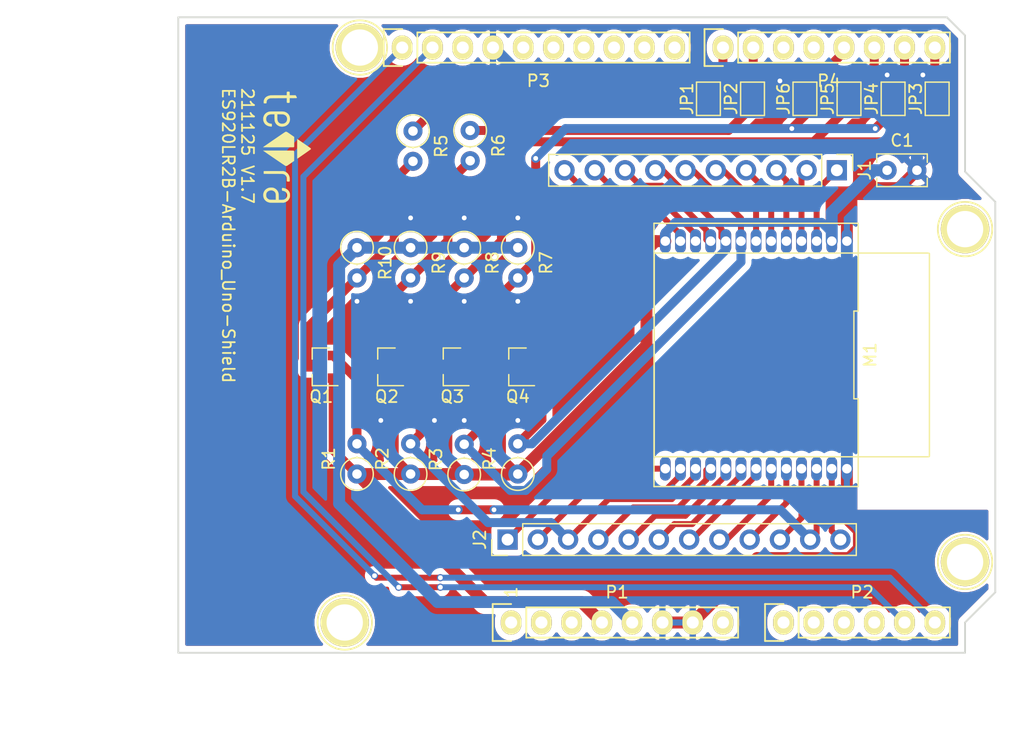
<source format=kicad_pcb>
(kicad_pcb (version 20171130) (host pcbnew 5.1.9-73d0e3b20d~88~ubuntu20.04.1)
  (title_block (title ES920LRB-Arduino_Uno-Shield) (date 2021-11-24) (rev v1.6) (company "teTra Aviation Corp."))
  (layers (0 F.Cu signal) (31 B.Cu signal) (34 B.Paste user) (35 F.Paste user) (36 B.SilkS user) (37 F.SilkS user) (38 B.Mask user) (39 F.Mask user) (44 Edge.Cuts user))
  (net 0 "")
  (net 1 GND)
  (net 2 "/A4(SDA)")
  (net 3 "/A5(SCL)")
  (net 4 "Net-(J2-Pad11)")
  (net 5 "Net-(J1-Pad6)")
  (net 6 "/1(Tx)")
  (net 7 "Net-(J1-Pad7)")
  (net 8 "/0(Rx)")
  (net 9 +3V3)
  (net 10 "Net-(J2-Pad1)")
  (net 11 "Net-(J1-Pad10)")
  (net 12 "Net-(J2-Pad2)")
  (net 13 "Net-(J1-Pad9)")
  (net 14 "Net-(J2-Pad3)")
  (net 15 "Net-(J1-Pad8)")
  (net 16 "Net-(J2-Pad4)")
  (net 17 "Net-(J2-Pad5)")
  (net 18 "Net-(J2-Pad6)")
  (net 19 "Net-(J1-Pad5)")
  (net 20 "Net-(J2-Pad7)")
  (net 21 "Net-(J1-Pad4)")
  (net 22 "Net-(J2-Pad8)")
  (net 23 "Net-(J1-Pad3)")
  (net 24 "Net-(J2-Pad9)")
  (net 25 "Net-(J1-Pad2)")
  (net 26 "Net-(J2-Pad10)")
  (net 27 "Net-(J1-Pad1)")
  (net 28 "Net-(J2-Pad12)")
  (net 29 +5V)
  (net 30 /7)
  (net 31 "/6(**)")
  (net 32 "Net-(Q1-Pad3)")
  (net 33 "Net-(Q2-Pad3)")
  (net 34 "Net-(JP1-Pad1)")
  (net 35 "Net-(JP2-Pad1)")
  (net 36 "Net-(JP3-Pad1)")
  (net 37 "Net-(JP4-Pad1)")
  (net 38 "/3(**)")
  (net 39 /2)
  (module teTra:ES92LR2B (layer F.Cu) (at 159.498 101.365 180)
    (fp_text reference M1 (at -9.57 0 270) (layer F.SilkS))
    (fp_text value ES920LR2B)
    (pad 26 thru_hole oval (at -7.62 -9.55 180) (size 0.9 2) (drill 0.8) (layers *.Cu *.Mask) (net 1 GND))
    (pad 1 thru_hole oval (at -7.62 9.55 180) (size 0.9 2) (drill 0.8) (layers *.Cu *.Mask) (net 1 GND))
    (pad 25 thru_hole oval (at -6.35 -9.55 180) (size 0.9 2) (drill 0.8) (layers *.Cu *.Mask) (net 28 "Net-(J2-Pad12)"))
    (pad 2 thru_hole oval (at -6.35 9.55 180) (size 0.9 2) (drill 0.8) (layers *.Cu *.Mask) (net 9 +3V3))
    (pad 24 thru_hole oval (at -5.08 -9.55 180) (size 0.9 2) (drill 0.8) (layers *.Cu *.Mask) (net 4 "Net-(J2-Pad11)"))
    (pad 3 thru_hole oval (at -5.08 9.55 180) (size 0.9 2) (drill 0.8) (layers *.Cu *.Mask) (net 27 "Net-(J1-Pad1)"))
    (pad 23 thru_hole oval (at -3.81 -9.55 180) (size 0.9 2) (drill 0.8) (layers *.Cu *.Mask) (net 26 "Net-(J2-Pad10)"))
    (pad 4 thru_hole oval (at -3.81 9.55 180) (size 0.9 2) (drill 0.8) (layers *.Cu *.Mask) (net 25 "Net-(J1-Pad2)"))
    (pad 22 thru_hole oval (at -2.54 -9.55 180) (size 0.9 2) (drill 0.8) (layers *.Cu *.Mask) (net 24 "Net-(J2-Pad9)"))
    (pad 5 thru_hole oval (at -2.54 9.55 180) (size 0.9 2) (drill 0.8) (layers *.Cu *.Mask) (net 23 "Net-(J1-Pad3)"))
    (pad 21 thru_hole oval (at -1.27 -9.55 180) (size 0.9 2) (drill 0.8) (layers *.Cu *.Mask) (net 22 "Net-(J2-Pad8)"))
    (pad 6 thru_hole oval (at -1.27 9.55 180) (size 0.9 2) (drill 0.8) (layers *.Cu *.Mask) (net 21 "Net-(J1-Pad4)"))
    (pad 20 thru_hole oval (at 0 -9.55 180) (size 0.9 2) (drill 0.8) (layers *.Cu *.Mask) (net 20 "Net-(J2-Pad7)"))
    (pad 7 thru_hole oval (at 0 9.55 180) (size 0.9 2) (drill 0.8) (layers *.Cu *.Mask) (net 19 "Net-(J1-Pad5)"))
    (pad 19 thru_hole oval (at 1.27 -9.55 180) (size 0.9 2) (drill 0.8) (layers *.Cu *.Mask) (net 18 "Net-(J2-Pad6)"))
    (pad 8 thru_hole oval (at 1.27 9.55 180) (size 0.9 2) (drill 0.8) (layers *.Cu *.Mask) (net 5 "Net-(J1-Pad6)"))
    (pad 18 thru_hole oval (at 2.54 -9.55 180) (size 0.9 2) (drill 0.8) (layers *.Cu *.Mask) (net 17 "Net-(J2-Pad5)"))
    (pad 9 thru_hole oval (at 2.54 9.55 180) (size 0.9 2) (drill 0.8) (layers *.Cu *.Mask) (net 7 "Net-(J1-Pad7)"))
    (pad 17 thru_hole oval (at 3.81 -9.55 180) (size 0.9 2) (drill 0.8) (layers *.Cu *.Mask) (net 16 "Net-(J2-Pad4)"))
    (pad 10 thru_hole oval (at 3.81 9.55 180) (size 0.9 2) (drill 0.8) (layers *.Cu *.Mask) (net 15 "Net-(J1-Pad8)"))
    (pad 16 thru_hole oval (at 5.08 -9.55 180) (size 0.9 2) (drill 0.8) (layers *.Cu *.Mask) (net 14 "Net-(J2-Pad3)"))
    (pad 11 thru_hole oval (at 5.08 9.55 180) (size 0.9 2) (drill 0.8) (layers *.Cu *.Mask) (net 13 "Net-(J1-Pad9)"))
    (pad 15 thru_hole oval (at 6.35 -9.55 180) (size 0.9 2) (drill 0.8) (layers *.Cu *.Mask) (net 12 "Net-(J2-Pad2)"))
    (pad 12 thru_hole oval (at 6.35 9.55 180) (size 0.9 2) (drill 0.8) (layers *.Cu *.Mask) (net 11 "Net-(J1-Pad10)"))
    (pad 14 thru_hole oval (at 7.62 -9.55 180) (size 0.9 2) (drill 0.8) (layers *.Cu *.Mask) (net 10 "Net-(J2-Pad1)"))
    (pad 13 thru_hole oval (at 7.62 9.55 180) (size 0.9 2) (drill 0.8) (layers *.Cu *.Mask) (net 9 +3V3))
  )
  (module Jumper:SolderJumper-2_P1.3mm_Open_Pad1.0x1.5mm (layer F.Cu) (at 163.598 79.865 90)
    (fp_text reference JP6 (at 0 -1.8 90) (layer F.SilkS))
    (fp_text value SolderJumper_2_Open)
    (pad 1 smd rect (at -0.65 0 90) (size 1 1.5) (layers F.Cu F.Mask) (net 37 "Net-(JP4-Pad1)"))
    (pad 2 smd rect (at 0.65 0 90) (size 1 1.5) (layers F.Cu F.Mask) (net 38 "/3(**)"))
  )
  (module Jumper:SolderJumper-2_P1.3mm_Open_Pad1.0x1.5mm (layer F.Cu) (at 167.298 79.865 90)
    (fp_text reference JP5 (at 0 -1.8 90) (layer F.SilkS))
    (fp_text value SolderJumper_2_Open)
    (pad 1 smd rect (at -0.65 0 90) (size 1 1.5) (layers F.Cu F.Mask) (net 36 "Net-(JP3-Pad1)"))
    (pad 2 smd rect (at 0.65 0 90) (size 1 1.5) (layers F.Cu F.Mask) (net 39 /2))
  )
  (module Jumper:SolderJumper-2_P1.3mm_Open_Pad1.0x1.5mm (layer F.Cu) (at 170.998 79.865 90)
    (fp_text reference JP4 (at 0 -1.8 90) (layer F.SilkS))
    (fp_text value SolderJumper_2_Open)
    (pad 1 smd rect (at -0.65 0 90) (size 1 1.5) (layers F.Cu F.Mask) (net 37 "Net-(JP4-Pad1)"))
    (pad 2 smd rect (at 0.65 0 90) (size 1 1.5) (layers F.Cu F.Mask) (net 6 "/1(Tx)"))
  )
  (module Resistor_THT:R_Axial_DIN0207_L6.3mm_D2.5mm_P2.54mm_Vertical (layer F.Cu) (at 125.998 92.365 270)
    (fp_text reference R10 (at 1.27 -2.37 90) (layer F.SilkS))
    (fp_text value 10k)
    (pad 2 thru_hole oval (at 2.54 0 270) (size 1.6 1.6) (drill 0.8) (layers *.Cu *.Mask) (net 32 "Net-(Q1-Pad3)"))
    (pad 1 thru_hole circle (at 0 0 270) (size 1.6 1.6) (drill 0.8) (layers *.Cu *.Mask) (net 29 +5V))
  )
  (module Resistor_THT:R_Axial_DIN0207_L6.3mm_D2.5mm_P2.54mm_Vertical (layer F.Cu) (at 130.498 92.365 270)
    (fp_text reference R9 (at 1.27 -2.37 90) (layer F.SilkS))
    (fp_text value 10k)
    (pad 2 thru_hole oval (at 2.54 0 270) (size 1.6 1.6) (drill 0.8) (layers *.Cu *.Mask) (net 33 "Net-(Q2-Pad3)"))
    (pad 1 thru_hole circle (at 0 0 270) (size 1.6 1.6) (drill 0.8) (layers *.Cu *.Mask) (net 29 +5V))
  )
  (module Resistor_THT:R_Axial_DIN0207_L6.3mm_D2.5mm_P2.54mm_Vertical (layer F.Cu) (at 134.998 92.365 270)
    (fp_text reference R8 (at 1.27 -2.37 90) (layer F.SilkS))
    (fp_text value 10k)
    (pad 2 thru_hole oval (at 2.54 0 270) (size 1.6 1.6) (drill 0.8) (layers *.Cu *.Mask) (net 36 "Net-(JP3-Pad1)"))
    (pad 1 thru_hole circle (at 0 0 270) (size 1.6 1.6) (drill 0.8) (layers *.Cu *.Mask) (net 29 +5V))
  )
  (module Resistor_THT:R_Axial_DIN0207_L6.3mm_D2.5mm_P2.54mm_Vertical (layer F.Cu) (at 139.498 92.365 270)
    (fp_text reference R7 (at 1.27 -2.37 90) (layer F.SilkS))
    (fp_text value 10k)
    (pad 2 thru_hole oval (at 2.54 0 270) (size 1.6 1.6) (drill 0.8) (layers *.Cu *.Mask) (net 37 "Net-(JP4-Pad1)"))
    (pad 1 thru_hole circle (at 0 0 270) (size 1.6 1.6) (drill 0.8) (layers *.Cu *.Mask) (net 29 +5V))
  )
  (module Resistor_THT:R_Axial_DIN0207_L6.3mm_D2.5mm_P2.54mm_Vertical (layer F.Cu) (at 135.498 82.525 270)
    (fp_text reference R6 (at 1.27 -2.37 90) (layer F.SilkS))
    (fp_text value 10k)
    (pad 2 thru_hole oval (at 2.54 0 270) (size 1.6 1.6) (drill 0.8) (layers *.Cu *.Mask) (net 33 "Net-(Q2-Pad3)"))
    (pad 1 thru_hole circle (at 0 0 270) (size 1.6 1.6) (drill 0.8) (layers *.Cu *.Mask) (net 35 "Net-(JP2-Pad1)"))
  )
  (module Resistor_THT:R_Axial_DIN0207_L6.3mm_D2.5mm_P2.54mm_Vertical (layer F.Cu) (at 139.498 111.365 90)
    (fp_text reference R4 (at 1.27 -2.37 90) (layer F.SilkS))
    (fp_text value 10k)
    (pad 2 thru_hole oval (at 2.54 0 90) (size 1.6 1.6) (drill 0.8) (layers *.Cu *.Mask) (net 7 "Net-(J1-Pad7)"))
    (pad 1 thru_hole circle (at 0 0 90) (size 1.6 1.6) (drill 0.8) (layers *.Cu *.Mask) (net 9 +3V3))
  )
  (module Package_TO_SOT_SMD:SOT-23 (layer F.Cu) (at 139.498 102.365 180)
    (fp_text reference Q4 (at 0 -2.5) (layer F.SilkS))
    (fp_text value BSS138)
    (pad 3 smd rect (at 1 0 180) (size 0.9 0.8) (layers F.Cu F.Paste F.Mask) (net 37 "Net-(JP4-Pad1)"))
    (pad 2 smd rect (at -1 0.95 180) (size 0.9 0.8) (layers F.Cu F.Paste F.Mask) (net 7 "Net-(J1-Pad7)"))
    (pad 1 smd rect (at -1 -0.95 180) (size 0.9 0.8) (layers F.Cu F.Paste F.Mask) (net 9 +3V3))
  )
  (module Package_TO_SOT_SMD:SOT-23 (layer F.Cu) (at 133.998 102.365 180)
    (fp_text reference Q3 (at 0 -2.5) (layer F.SilkS))
    (fp_text value BSS138)
    (pad 3 smd rect (at 1 0 180) (size 0.9 0.8) (layers F.Cu F.Paste F.Mask) (net 36 "Net-(JP3-Pad1)"))
    (pad 2 smd rect (at -1 0.95 180) (size 0.9 0.8) (layers F.Cu F.Paste F.Mask) (net 5 "Net-(J1-Pad6)"))
    (pad 1 smd rect (at -1 -0.95 180) (size 0.9 0.8) (layers F.Cu F.Paste F.Mask) (net 9 +3V3))
  )
  (module Package_TO_SOT_SMD:SOT-23 (layer F.Cu) (at 128.498 102.365 180)
    (fp_text reference Q2 (at 0 -2.5) (layer F.SilkS))
    (fp_text value BSS138)
    (pad 3 smd rect (at 1 0 180) (size 0.9 0.8) (layers F.Cu F.Paste F.Mask) (net 33 "Net-(Q2-Pad3)"))
    (pad 2 smd rect (at -1 0.95 180) (size 0.9 0.8) (layers F.Cu F.Paste F.Mask) (net 14 "Net-(J2-Pad3)"))
    (pad 1 smd rect (at -1 -0.95 180) (size 0.9 0.8) (layers F.Cu F.Paste F.Mask) (net 9 +3V3))
  )
  (module Package_TO_SOT_SMD:SOT-23 (layer F.Cu) (at 122.998 102.365 180)
    (fp_text reference Q1 (at 0 -2.5) (layer F.SilkS))
    (fp_text value BSS138)
    (pad 3 smd rect (at 1 0 180) (size 0.9 0.8) (layers F.Cu F.Paste F.Mask) (net 32 "Net-(Q1-Pad3)"))
    (pad 2 smd rect (at -1 0.95 180) (size 0.9 0.8) (layers F.Cu F.Paste F.Mask) (net 4 "Net-(J2-Pad11)"))
    (pad 1 smd rect (at -1 -0.95 180) (size 0.9 0.8) (layers F.Cu F.Paste F.Mask) (net 9 +3V3))
  )
  (module teTra:teTra-logo (layer F.Cu) (at 118.998 83.865 270)
    (fp_text reference L1 hide)
    (fp_text value Logo hide)
  )
  (module Capacitor_THT:C_Rect_L4.0mm_W2.5mm_P2.50mm (layer F.Cu) (at 170.498 85.865)
    (fp_text reference C1 (at 1.25 -2.5) (layer F.SilkS))
    (fp_text value 10uF)
    (pad 2 thru_hole circle (at 2.5 0) (size 1.6 1.6) (drill 0.8) (layers *.Cu *.Mask) (net 1 GND))
    (pad 1 thru_hole circle (at 0 0) (size 1.6 1.6) (drill 0.8) (layers *.Cu *.Mask) (net 9 +3V3))
  )
  (module Connector_PinHeader_2.54mm:PinHeader_1x12_P2.54mm_Vertical (layer F.Cu) (at 138.638 116.865 90)
    (fp_text reference J2 (at 0 -2.33 90) (layer F.SilkS))
    (fp_text value Conn_01x12_Female)
    (pad 12 thru_hole oval (at 0 27.94 90) (size 1.7 1.7) (drill 1) (layers *.Cu *.Mask) (net 28 "Net-(J2-Pad12)"))
    (pad 11 thru_hole oval (at 0 25.4 90) (size 1.7 1.7) (drill 1) (layers *.Cu *.Mask) (net 4 "Net-(J2-Pad11)"))
    (pad 10 thru_hole oval (at 0 22.86 90) (size 1.7 1.7) (drill 1) (layers *.Cu *.Mask) (net 26 "Net-(J2-Pad10)"))
    (pad 9 thru_hole oval (at 0 20.32 90) (size 1.7 1.7) (drill 1) (layers *.Cu *.Mask) (net 24 "Net-(J2-Pad9)"))
    (pad 8 thru_hole oval (at 0 17.78 90) (size 1.7 1.7) (drill 1) (layers *.Cu *.Mask) (net 22 "Net-(J2-Pad8)"))
    (pad 7 thru_hole oval (at 0 15.24 90) (size 1.7 1.7) (drill 1) (layers *.Cu *.Mask) (net 20 "Net-(J2-Pad7)"))
    (pad 6 thru_hole oval (at 0 12.7 90) (size 1.7 1.7) (drill 1) (layers *.Cu *.Mask) (net 18 "Net-(J2-Pad6)"))
    (pad 5 thru_hole oval (at 0 10.16 90) (size 1.7 1.7) (drill 1) (layers *.Cu *.Mask) (net 17 "Net-(J2-Pad5)"))
    (pad 4 thru_hole oval (at 0 7.62 90) (size 1.7 1.7) (drill 1) (layers *.Cu *.Mask) (net 16 "Net-(J2-Pad4)"))
    (pad 3 thru_hole oval (at 0 5.08 90) (size 1.7 1.7) (drill 1) (layers *.Cu *.Mask) (net 14 "Net-(J2-Pad3)"))
    (pad 2 thru_hole oval (at 0 2.54 90) (size 1.7 1.7) (drill 1) (layers *.Cu *.Mask) (net 12 "Net-(J2-Pad2)"))
    (pad 1 thru_hole rect (at 0 0 90) (size 1.7 1.7) (drill 1) (layers *.Cu *.Mask) (net 10 "Net-(J2-Pad1)"))
  )
  (module Connector_PinHeader_2.54mm:PinHeader_1x10_P2.54mm_Vertical (layer F.Cu) (at 166.278 85.865 270)
    (fp_text reference J1 (at 0 -2.33 90) (layer F.SilkS))
    (fp_text value Conn_01x10_Female)
    (pad 10 thru_hole oval (at 0 22.86 270) (size 1.7 1.7) (drill 1) (layers *.Cu *.Mask) (net 11 "Net-(J1-Pad10)"))
    (pad 9 thru_hole oval (at 0 20.32 270) (size 1.7 1.7) (drill 1) (layers *.Cu *.Mask) (net 13 "Net-(J1-Pad9)"))
    (pad 8 thru_hole oval (at 0 17.78 270) (size 1.7 1.7) (drill 1) (layers *.Cu *.Mask) (net 15 "Net-(J1-Pad8)"))
    (pad 7 thru_hole oval (at 0 15.24 270) (size 1.7 1.7) (drill 1) (layers *.Cu *.Mask) (net 7 "Net-(J1-Pad7)"))
    (pad 6 thru_hole oval (at 0 12.7 270) (size 1.7 1.7) (drill 1) (layers *.Cu *.Mask) (net 5 "Net-(J1-Pad6)"))
    (pad 5 thru_hole oval (at 0 10.16 270) (size 1.7 1.7) (drill 1) (layers *.Cu *.Mask) (net 19 "Net-(J1-Pad5)"))
    (pad 4 thru_hole oval (at 0 7.62 270) (size 1.7 1.7) (drill 1) (layers *.Cu *.Mask) (net 21 "Net-(J1-Pad4)"))
    (pad 3 thru_hole oval (at 0 5.08 270) (size 1.7 1.7) (drill 1) (layers *.Cu *.Mask) (net 23 "Net-(J1-Pad3)"))
    (pad 2 thru_hole oval (at 0 2.54 270) (size 1.7 1.7) (drill 1) (layers *.Cu *.Mask) (net 25 "Net-(J1-Pad2)"))
    (pad 1 thru_hole rect (at 0 0 270) (size 1.7 1.7) (drill 1) (layers *.Cu *.Mask) (net 27 "Net-(J1-Pad1)"))
  )
  (module Resistor_THT:R_Axial_DIN0207_L6.3mm_D2.5mm_P2.54mm_Vertical (layer F.Cu) (at 130.698 82.575 270)
    (fp_text reference R5 (at 1.27 -2.37 90) (layer F.SilkS))
    (fp_text value 10k)
    (pad 2 thru_hole oval (at 2.54 0 270) (size 1.6 1.6) (drill 0.8) (layers *.Cu *.Mask) (net 32 "Net-(Q1-Pad3)"))
    (pad 1 thru_hole circle (at 0 0 270) (size 1.6 1.6) (drill 0.8) (layers *.Cu *.Mask) (net 34 "Net-(JP1-Pad1)"))
  )
  (module Resistor_THT:R_Axial_DIN0207_L6.3mm_D2.5mm_P2.54mm_Vertical (layer F.Cu) (at 134.998 111.405 90)
    (fp_text reference R3 (at 1.27 -2.37 90) (layer F.SilkS))
    (fp_text value 10k)
    (pad 2 thru_hole oval (at 2.54 0 90) (size 1.6 1.6) (drill 0.8) (layers *.Cu *.Mask) (net 5 "Net-(J1-Pad6)"))
    (pad 1 thru_hole circle (at 0 0 90) (size 1.6 1.6) (drill 0.8) (layers *.Cu *.Mask) (net 9 +3V3))
  )
  (module Resistor_THT:R_Axial_DIN0207_L6.3mm_D2.5mm_P2.54mm_Vertical (layer F.Cu) (at 130.498 111.365 90)
    (fp_text reference R2 (at 1.27 -2.37 90) (layer F.SilkS))
    (fp_text value 10k)
    (pad 2 thru_hole oval (at 2.54 0 90) (size 1.6 1.6) (drill 0.8) (layers *.Cu *.Mask) (net 14 "Net-(J2-Pad3)"))
    (pad 1 thru_hole circle (at 0 0 90) (size 1.6 1.6) (drill 0.8) (layers *.Cu *.Mask) (net 9 +3V3))
  )
  (module Resistor_THT:R_Axial_DIN0207_L6.3mm_D2.5mm_P2.54mm_Vertical (layer F.Cu) (at 125.998 111.365 90)
    (fp_text reference R1 (at 1.27 -2.37 90) (layer F.SilkS))
    (fp_text value 10k)
    (pad 2 thru_hole oval (at 2.54 0 90) (size 1.6 1.6) (drill 0.8) (layers *.Cu *.Mask) (net 4 "Net-(J2-Pad11)"))
    (pad 1 thru_hole circle (at 0 0 90) (size 1.6 1.6) (drill 0.8) (layers *.Cu *.Mask) (net 9 +3V3))
  )
  (module Jumper:SolderJumper-2_P1.3mm_Open_Pad1.0x1.5mm (layer F.Cu) (at 174.698 79.865 90)
    (fp_text reference JP3 (at 0 -1.8 90) (layer F.SilkS))
    (fp_text value SolderJumper_2_Open)
    (pad 1 smd rect (at -0.65 0 90) (size 1 1.5) (layers F.Cu F.Mask) (net 36 "Net-(JP3-Pad1)"))
    (pad 2 smd rect (at 0.65 0 90) (size 1 1.5) (layers F.Cu F.Mask) (net 8 "/0(Rx)"))
  )
  (module Jumper:SolderJumper-2_P1.3mm_Open_Pad1.0x1.5mm (layer F.Cu) (at 159.198 79.865 90)
    (fp_text reference JP2 (at 0 -1.8 90) (layer F.SilkS))
    (fp_text value SolderJumper_2_Open)
    (pad 1 smd rect (at -0.65 0 90) (size 1 1.5) (layers F.Cu F.Mask) (net 35 "Net-(JP2-Pad1)"))
    (pad 2 smd rect (at 0.65 0 90) (size 1 1.5) (layers F.Cu F.Mask) (net 31 "/6(**)"))
  )
  (module Jumper:SolderJumper-2_P1.3mm_Open_Pad1.0x1.5mm (layer F.Cu) (at 155.498 79.865 90)
    (fp_text reference JP1 (at 0 -1.8 90) (layer F.SilkS))
    (fp_text value SolderJumper_2_Open)
    (pad 1 smd rect (at -0.65 0 90) (size 1 1.5) (layers F.Cu F.Mask) (net 34 "Net-(JP1-Pad1)"))
    (pad 2 smd rect (at 0.65 0 90) (size 1 1.5) (layers F.Cu F.Mask) (net 30 /7))
  )
  (module Socket_Arduino_Uno:Socket_Strip_Arduino_1x08 (layer F.Cu) (at 138.938 123.825)
    (fp_text reference P1 (at 8.89 -2.54) (layer F.SilkS))
    (fp_text value Power)
    (pad 1 thru_hole oval (at 0 0) (size 1.7272 2.032) (drill 1.016) (layers *.Cu *.Mask F.SilkS))
    (pad 2 thru_hole oval (at 2.54 0) (size 1.7272 2.032) (drill 1.016) (layers *.Cu *.Mask F.SilkS))
    (pad 3 thru_hole oval (at 5.08 0) (size 1.7272 2.032) (drill 1.016) (layers *.Cu *.Mask F.SilkS))
    (pad 4 thru_hole oval (at 7.62 0) (size 1.7272 2.032) (drill 1.016) (layers *.Cu *.Mask F.SilkS) (net 9 +3V3))
    (pad 5 thru_hole oval (at 10.16 0) (size 1.7272 2.032) (drill 1.016) (layers *.Cu *.Mask F.SilkS) (net 29 +5V))
    (pad 6 thru_hole oval (at 12.7 0) (size 1.7272 2.032) (drill 1.016) (layers *.Cu *.Mask F.SilkS) (net 1 GND))
    (pad 7 thru_hole oval (at 15.24 0) (size 1.7272 2.032) (drill 1.016) (layers *.Cu *.Mask F.SilkS) (net 1 GND))
    (pad 8 thru_hole oval (at 17.78 0) (size 1.7272 2.032) (drill 1.016) (layers *.Cu *.Mask F.SilkS))
  )
  (module Socket_Arduino_Uno:Socket_Strip_Arduino_1x06 (layer F.Cu) (at 161.798 123.825)
    (fp_text reference P2 (at 6.604 -2.54) (layer F.SilkS))
    (fp_text value Analog)
    (pad 1 thru_hole oval (at 0 0) (size 1.7272 2.032) (drill 1.016) (layers *.Cu *.Mask F.SilkS))
    (pad 2 thru_hole oval (at 2.54 0) (size 1.7272 2.032) (drill 1.016) (layers *.Cu *.Mask F.SilkS))
    (pad 3 thru_hole oval (at 5.08 0) (size 1.7272 2.032) (drill 1.016) (layers *.Cu *.Mask F.SilkS))
    (pad 4 thru_hole oval (at 7.62 0) (size 1.7272 2.032) (drill 1.016) (layers *.Cu *.Mask F.SilkS))
    (pad 5 thru_hole oval (at 10.16 0) (size 1.7272 2.032) (drill 1.016) (layers *.Cu *.Mask F.SilkS) (net 2 "/A4(SDA)"))
    (pad 6 thru_hole oval (at 12.7 0) (size 1.7272 2.032) (drill 1.016) (layers *.Cu *.Mask F.SilkS) (net 3 "/A5(SCL)"))
  )
  (module Socket_Arduino_Uno:Socket_Strip_Arduino_1x10 (layer F.Cu) (at 129.794 75.565)
    (fp_text reference P3 (at 11.43 2.794) (layer F.SilkS))
    (fp_text value Digital)
    (pad 1 thru_hole oval (at 0 0) (size 1.7272 2.032) (drill 1.016) (layers *.Cu *.Mask F.SilkS) (net 3 "/A5(SCL)"))
    (pad 2 thru_hole oval (at 2.54 0) (size 1.7272 2.032) (drill 1.016) (layers *.Cu *.Mask F.SilkS) (net 2 "/A4(SDA)"))
    (pad 3 thru_hole oval (at 5.08 0) (size 1.7272 2.032) (drill 1.016) (layers *.Cu *.Mask F.SilkS))
    (pad 4 thru_hole oval (at 7.62 0) (size 1.7272 2.032) (drill 1.016) (layers *.Cu *.Mask F.SilkS) (net 1 GND))
    (pad 5 thru_hole oval (at 10.16 0) (size 1.7272 2.032) (drill 1.016) (layers *.Cu *.Mask F.SilkS))
    (pad 6 thru_hole oval (at 12.7 0) (size 1.7272 2.032) (drill 1.016) (layers *.Cu *.Mask F.SilkS))
    (pad 7 thru_hole oval (at 15.24 0) (size 1.7272 2.032) (drill 1.016) (layers *.Cu *.Mask F.SilkS))
    (pad 8 thru_hole oval (at 17.78 0) (size 1.7272 2.032) (drill 1.016) (layers *.Cu *.Mask F.SilkS))
    (pad 9 thru_hole oval (at 20.32 0) (size 1.7272 2.032) (drill 1.016) (layers *.Cu *.Mask F.SilkS))
    (pad 10 thru_hole oval (at 22.86 0) (size 1.7272 2.032) (drill 1.016) (layers *.Cu *.Mask F.SilkS))
  )
  (module Socket_Arduino_Uno:Socket_Strip_Arduino_1x08 (layer F.Cu) (at 156.718 75.565)
    (fp_text reference P4 (at 8.89 2.794) (layer F.SilkS))
    (fp_text value Digital)
    (pad 1 thru_hole oval (at 0 0) (size 1.7272 2.032) (drill 1.016) (layers *.Cu *.Mask F.SilkS) (net 30 /7))
    (pad 2 thru_hole oval (at 2.54 0) (size 1.7272 2.032) (drill 1.016) (layers *.Cu *.Mask F.SilkS) (net 31 "/6(**)"))
    (pad 3 thru_hole oval (at 5.08 0) (size 1.7272 2.032) (drill 1.016) (layers *.Cu *.Mask F.SilkS))
    (pad 4 thru_hole oval (at 7.62 0) (size 1.7272 2.032) (drill 1.016) (layers *.Cu *.Mask F.SilkS))
    (pad 5 thru_hole oval (at 10.16 0) (size 1.7272 2.032) (drill 1.016) (layers *.Cu *.Mask F.SilkS) (net 38 "/3(**)"))
    (pad 6 thru_hole oval (at 12.7 0) (size 1.7272 2.032) (drill 1.016) (layers *.Cu *.Mask F.SilkS) (net 39 /2))
    (pad 7 thru_hole oval (at 15.24 0) (size 1.7272 2.032) (drill 1.016) (layers *.Cu *.Mask F.SilkS) (net 6 "/1(Tx)"))
    (pad 8 thru_hole oval (at 17.78 0) (size 1.7272 2.032) (drill 1.016) (layers *.Cu *.Mask F.SilkS) (net 8 "/0(Rx)"))
  )
  (module Socket_Arduino_Uno:Arduino_1pin (layer F.Cu) (at 124.968 123.825)
    (fp_text reference P5 hide)
    (fp_text value CONN_01X01 hide)
    (pad 1 thru_hole circle (at 0 0) (size 4.064 4.064) (drill 3.048) (layers *.Cu *.Mask F.SilkS))
  )
  (module Socket_Arduino_Uno:Arduino_1pin (layer F.Cu) (at 177.038 118.745)
    (fp_text reference P6 hide)
    (fp_text value CONN_01X01 hide)
    (pad 1 thru_hole circle (at 0 0) (size 4.064 4.064) (drill 3.048) (layers *.Cu *.Mask F.SilkS))
  )
  (module Socket_Arduino_Uno:Arduino_1pin (layer F.Cu) (at 126.238 75.565)
    (fp_text reference P7 hide)
    (fp_text value CONN_01X01 hide)
    (pad 1 thru_hole circle (at 0 0) (size 4.064 4.064) (drill 3.048) (layers *.Cu *.Mask F.SilkS))
  )
  (module Socket_Arduino_Uno:Arduino_1pin (layer F.Cu) (at 177.038 90.805)
    (fp_text reference P8 hide)
    (fp_text value CONN_01X01 hide)
    (pad 1 thru_hole circle (at 0 0) (size 4.064 4.064) (drill 3.048) (layers *.Cu *.Mask F.SilkS))
  )
  (gr_text "211125 V1.7\nES920LR2B-Arduino_Uno-Shield" (at 115.998 78.865 -90) (layer F.SilkS) (effects (font (size 1 1)) (justify left)))
  (gr_text 1 (at 138.938 121.285 90) (layer F.SilkS) (effects (font (size 1 1))))
  (gr_line (start 177.038 74.549) (end 175.514 73.025) (angle 90) (layer Edge.Cuts) (width 0.15))
  (gr_line (start 177.038 85.979) (end 177.038 74.549) (angle 90) (layer Edge.Cuts) (width 0.15))
  (gr_line (start 179.578 88.519) (end 177.038 85.979) (angle 90) (layer Edge.Cuts) (width 0.15))
  (gr_line (start 179.578 121.285) (end 179.578 88.519) (angle 90) (layer Edge.Cuts) (width 0.15))
  (gr_line (start 177.038 123.825) (end 179.578 121.285) (angle 90) (layer Edge.Cuts) (width 0.15))
  (gr_line (start 177.038 126.365) (end 177.038 123.825) (angle 90) (layer Edge.Cuts) (width 0.15))
  (gr_line (start 110.998 126.365) (end 177.038 126.365) (angle 90) (layer Edge.Cuts) (width 0.15))
  (gr_line (start 110.998 73.025) (end 110.998 126.365) (angle 90) (layer Edge.Cuts) (width 0.15))
  (gr_line (start 175.514 73.025) (end 110.998 73.025) (angle 90) (layer Edge.Cuts) (width 0.15))
  (segment (start 151.638 123.825) (end 154.178 123.825) (width 1) (layer F.Cu) (net 1))
  (segment (start 167.118 91.815) (end 167.118 110.915) (width 1) (layer B.Cu) (net 1))
  (segment (start 167.322001 118.415001) (end 168.128001 117.609001) (width 1) (layer F.Cu) (net 1))
  (segment (start 159.587999 118.415001) (end 167.322001 118.415001) (width 1) (layer F.Cu) (net 1))
  (segment (start 154.178 123.825) (end 159.587999 118.415001) (width 1) (layer F.Cu) (net 1))
  (via (at 139.498 96.865) (size 0.6) (drill 0.4) (layers F.Cu B.Cu) (net 1))
  (via (at 134.998 96.865) (size 0.6) (drill 0.4) (layers F.Cu B.Cu) (net 1))
  (via (at 130.498 96.865) (size 0.6) (drill 0.4) (layers F.Cu B.Cu) (net 1))
  (via (at 125.998 96.865) (size 0.6) (drill 0.4) (layers F.Cu B.Cu) (net 1))
  (via (at 139.498 106.865) (size 0.6) (drill 0.4) (layers F.Cu B.Cu) (net 1))
  (via (at 134.998 106.865) (size 0.6) (drill 0.4) (layers F.Cu B.Cu) (net 1))
  (via (at 132.498 106.865) (size 0.6) (drill 0.4) (layers F.Cu B.Cu) (net 1))
  (via (at 127.998 106.865) (size 0.6) (drill 0.4) (layers F.Cu B.Cu) (net 1))
  (via (at 139.498 89.865) (size 0.6) (drill 0.4) (layers F.Cu B.Cu) (net 1))
  (via (at 134.998 89.865) (size 0.6) (drill 0.4) (layers F.Cu B.Cu) (net 1))
  (via (at 130.498 89.865) (size 0.6) (drill 0.4) (layers F.Cu B.Cu) (net 1))
  (via (at 173.498 77.865) (size 0.6) (drill 0.4) (layers F.Cu B.Cu) (net 1))
  (via (at 170.498 77.865) (size 0.6) (drill 0.4) (layers F.Cu B.Cu) (net 1))
  (via (at 161.498 78.365) (size 0.6) (drill 0.4) (layers F.Cu B.Cu) (net 1))
  (segment (start 168.128001 116.120999) (end 168.128001 117.609001) (width 1) (layer F.Cu) (net 1))
  (segment (start 167.118 115.110998) (end 168.128001 116.120999) (width 1) (layer F.Cu) (net 1))
  (segment (start 167.118 110.915) (end 167.118 115.110998) (width 1) (layer F.Cu) (net 1))
  (segment (start 171.497999 87.365001) (end 172.998 85.865) (width 1) (layer F.Cu) (net 1))
  (segment (start 168.008033 87.365001) (end 171.497999 87.365001) (width 1) (layer F.Cu) (net 1))
  (segment (start 167.118 88.255034) (end 168.008033 87.365001) (width 1) (layer F.Cu) (net 1))
  (segment (start 167.118 91.815) (end 167.118 88.255034) (width 1) (layer F.Cu) (net 1))
  (segment (start 139.13001 77.28101) (end 137.414 75.565) (width 1) (layer B.Cu) (net 1))
  (segment (start 165.934303 77.28101) (end 139.13001 77.28101) (width 1) (layer B.Cu) (net 1))
  (segment (start 172.998 84.344707) (end 165.934303 77.28101) (width 1) (layer B.Cu) (net 1))
  (segment (start 172.998 85.865) (end 172.998 84.344707) (width 1) (layer B.Cu) (net 1))
  (via (at 132.998 120.865) (size 0.6) (drill 0.4) (layers F.Cu B.Cu) (net 2))
  (segment (start 168.998 120.865) (end 132.998 120.865) (width 0.5) (layer B.Cu) (net 2))
  (segment (start 171.958 123.825) (end 168.998 120.865) (width 0.5) (layer B.Cu) (net 2))
  (segment (start 132.998 120.865) (end 129.498 120.865) (width 0.5) (layer F.Cu) (net 2))
  (via (at 129.498 120.865) (size 0.6) (drill 0.4) (layers F.Cu B.Cu) (net 2))
  (segment (start 129.498 120.865) (end 121.498 112.865) (width 0.5) (layer B.Cu) (net 2))
  (segment (start 121.498 86.401) (end 132.334 75.565) (width 0.5) (layer B.Cu) (net 2))
  (segment (start 121.498 112.865) (end 121.498 86.401) (width 0.5) (layer B.Cu) (net 2))
  (via (at 132.998 120.064997) (size 0.6) (drill 0.4) (layers F.Cu B.Cu) (net 3))
  (segment (start 170.737997 120.064997) (end 132.998 120.064997) (width 0.5) (layer B.Cu) (net 3))
  (segment (start 174.498 123.825) (end 170.737997 120.064997) (width 0.5) (layer B.Cu) (net 3))
  (via (at 127.467669 119.895331) (size 0.6) (drill 0.4) (layers F.Cu B.Cu) (net 3))
  (segment (start 127.637335 120.064997) (end 127.467669 119.895331) (width 0.5) (layer F.Cu) (net 3))
  (segment (start 132.998 120.064997) (end 127.637335 120.064997) (width 0.5) (layer F.Cu) (net 3))
  (segment (start 120.79799 84.56101) (end 129.794 75.565) (width 0.5) (layer B.Cu) (net 3))
  (segment (start 120.79799 113.225652) (end 120.79799 84.56101) (width 0.5) (layer B.Cu) (net 3))
  (segment (start 127.467669 119.895331) (end 120.79799 113.225652) (width 0.5) (layer B.Cu) (net 3))
  (segment (start 125.998 103.415) (end 123.998 101.415) (width 0.75) (layer F.Cu) (net 4))
  (segment (start 125.998 108.825) (end 125.998 103.415) (width 0.75) (layer F.Cu) (net 4))
  (segment (start 164.578 116.325) (end 164.038 116.865) (width 0.5) (layer F.Cu) (net 4))
  (segment (start 164.578 110.915) (end 164.578 116.325) (width 0.5) (layer F.Cu) (net 4))
  (via (at 137.498 114.365) (size 0.6) (drill 0.4) (layers F.Cu B.Cu) (net 4))
  (segment (start 161.538 114.365) (end 137.498 114.365) (width 0.75) (layer B.Cu) (net 4))
  (segment (start 164.038 116.865) (end 161.538 114.365) (width 0.75) (layer B.Cu) (net 4))
  (via (at 134.498 114.365) (size 0.6) (drill 0.4) (layers F.Cu B.Cu) (net 4))
  (segment (start 137.498 114.365) (end 134.498 114.365) (width 0.75) (layer F.Cu) (net 4))
  (segment (start 125.998 108.900002) (end 125.998 108.825) (width 0.75) (layer B.Cu) (net 4))
  (segment (start 131.462998 114.365) (end 125.998 108.900002) (width 0.75) (layer B.Cu) (net 4))
  (segment (start 134.498 114.365) (end 131.462998 114.365) (width 0.75) (layer B.Cu) (net 4))
  (segment (start 136.023001 102.440001) (end 134.998 101.415) (width 0.75) (layer F.Cu) (net 5))
  (segment (start 136.023001 107.839999) (end 136.023001 102.440001) (width 0.75) (layer F.Cu) (net 5))
  (segment (start 134.998 108.865) (end 136.023001 107.839999) (width 0.75) (layer F.Cu) (net 5))
  (segment (start 154.193998 85.865) (end 153.578 85.865) (width 0.5) (layer F.Cu) (net 5))
  (segment (start 158.228 89.899002) (end 154.193998 85.865) (width 0.5) (layer F.Cu) (net 5))
  (segment (start 158.228 91.815) (end 158.228 89.899002) (width 0.5) (layer F.Cu) (net 5))
  (segment (start 138.873001 112.740001) (end 134.998 108.865) (width 0.75) (layer B.Cu) (net 5))
  (segment (start 140.158001 112.740001) (end 138.873001 112.740001) (width 0.75) (layer B.Cu) (net 5))
  (segment (start 141.928 110.970002) (end 140.158001 112.740001) (width 0.75) (layer B.Cu) (net 5))
  (segment (start 141.928 109.865) (end 141.928 110.970002) (width 0.75) (layer B.Cu) (net 5))
  (segment (start 158.228 93.565) (end 141.928 109.865) (width 0.75) (layer B.Cu) (net 5))
  (segment (start 158.228 91.815) (end 158.228 93.565) (width 0.75) (layer B.Cu) (net 5))
  (segment (start 171.958 78.255) (end 170.998 79.215) (width 0.75) (layer F.Cu) (net 6))
  (segment (start 171.958 75.565) (end 171.958 78.255) (width 0.75) (layer F.Cu) (net 6))
  (segment (start 141.523001 102.440001) (end 140.498 101.415) (width 0.75) (layer F.Cu) (net 7))
  (segment (start 141.523001 106.799999) (end 141.523001 102.440001) (width 0.75) (layer F.Cu) (net 7))
  (segment (start 139.498 108.825) (end 141.523001 106.799999) (width 0.75) (layer F.Cu) (net 7))
  (segment (start 151.653998 85.865) (end 151.038 85.865) (width 0.5) (layer F.Cu) (net 7))
  (segment (start 156.58801 90.799012) (end 151.653998 85.865) (width 0.5) (layer F.Cu) (net 7))
  (segment (start 156.58801 91.45501) (end 156.58801 90.799012) (width 0.5) (layer F.Cu) (net 7))
  (segment (start 156.948 91.815) (end 156.58801 91.45501) (width 0.5) (layer F.Cu) (net 7))
  (segment (start 156.958 91.815) (end 156.948 91.815) (width 0.5) (layer F.Cu) (net 7))
  (segment (start 140.677583 108.825) (end 139.498 108.825) (width 0.75) (layer B.Cu) (net 7))
  (segment (start 156.958 92.544583) (end 140.677583 108.825) (width 0.75) (layer B.Cu) (net 7))
  (segment (start 156.958 91.815) (end 156.958 92.544583) (width 0.75) (layer B.Cu) (net 7))
  (segment (start 174.498 79.015) (end 174.698 79.215) (width 0.75) (layer F.Cu) (net 8))
  (segment (start 174.498 75.565) (end 174.498 79.015) (width 0.75) (layer F.Cu) (net 8))
  (segment (start 138.122999 105.690001) (end 140.498 103.315) (width 0.75) (layer F.Cu) (net 9))
  (segment (start 138.122999 109.989999) (end 138.122999 105.690001) (width 0.75) (layer F.Cu) (net 9))
  (segment (start 139.498 111.365) (end 138.122999 109.989999) (width 0.75) (layer F.Cu) (net 9))
  (segment (start 133.622999 104.690001) (end 134.998 103.315) (width 0.75) (layer F.Cu) (net 9))
  (segment (start 133.622999 110.029999) (end 133.622999 104.690001) (width 0.75) (layer F.Cu) (net 9))
  (segment (start 134.998 111.405) (end 133.622999 110.029999) (width 0.75) (layer F.Cu) (net 9))
  (segment (start 129.122999 103.690001) (end 129.498 103.315) (width 0.75) (layer F.Cu) (net 9))
  (segment (start 129.122999 109.989999) (end 129.122999 103.690001) (width 0.75) (layer F.Cu) (net 9))
  (segment (start 130.498 111.365) (end 129.122999 109.989999) (width 0.75) (layer F.Cu) (net 9))
  (segment (start 123.998 109.365) (end 123.998 103.315) (width 0.75) (layer F.Cu) (net 9))
  (segment (start 125.998 111.365) (end 123.998 109.365) (width 0.75) (layer F.Cu) (net 9))
  (segment (start 151.878 91.085417) (end 151.878 91.815) (width 0.75) (layer B.Cu) (net 9))
  (segment (start 152.723427 90.23999) (end 151.878 91.085417) (width 0.75) (layer B.Cu) (net 9))
  (segment (start 165.002573 90.23999) (end 152.723427 90.23999) (width 0.75) (layer B.Cu) (net 9))
  (segment (start 165.848 91.085417) (end 165.002573 90.23999) (width 0.75) (layer B.Cu) (net 9))
  (segment (start 165.848 91.815) (end 165.848 91.085417) (width 0.75) (layer B.Cu) (net 9))
  (segment (start 136.74199 122.10899) (end 125.998 111.365) (width 1) (layer F.Cu) (net 9))
  (segment (start 144.84199 122.10899) (end 136.74199 122.10899) (width 1) (layer F.Cu) (net 9))
  (segment (start 146.558 123.825) (end 144.84199 122.10899) (width 1) (layer F.Cu) (net 9))
  (segment (start 125.998 111.365) (end 130.498 111.365) (width 1) (layer F.Cu) (net 9))
  (segment (start 134.958 111.365) (end 134.998 111.405) (width 1) (layer F.Cu) (net 9))
  (segment (start 130.498 111.365) (end 134.958 111.365) (width 1) (layer F.Cu) (net 9))
  (segment (start 139.458 111.405) (end 139.498 111.365) (width 1) (layer F.Cu) (net 9))
  (segment (start 134.998 111.405) (end 139.458 111.405) (width 1) (layer F.Cu) (net 9))
  (segment (start 151.058034 91.815) (end 151.878 91.815) (width 1) (layer F.Cu) (net 9))
  (segment (start 150.29799 92.575044) (end 151.058034 91.815) (width 1) (layer F.Cu) (net 9))
  (segment (start 150.29799 100.56501) (end 150.29799 92.575044) (width 1) (layer F.Cu) (net 9))
  (segment (start 139.498 111.365) (end 150.29799 100.56501) (width 1) (layer F.Cu) (net 9))
  (segment (start 165.848 89.38363) (end 165.848 91.815) (width 1) (layer B.Cu) (net 9))
  (segment (start 169.36663 85.865) (end 165.848 89.38363) (width 1) (layer B.Cu) (net 9))
  (segment (start 170.498 85.865) (end 169.36663 85.865) (width 1) (layer B.Cu) (net 9))
  (segment (start 144.588 110.915) (end 138.638 116.865) (width 0.5) (layer F.Cu) (net 10))
  (segment (start 151.878 110.915) (end 144.588 110.915) (width 0.5) (layer F.Cu) (net 10))
  (segment (start 146.118021 88.565021) (end 143.418 85.865) (width 0.5) (layer F.Cu) (net 11))
  (segment (start 150.450827 88.565021) (end 146.118021 88.565021) (width 0.5) (layer F.Cu) (net 11))
  (segment (start 153.148 91.262194) (end 150.450827 88.565021) (width 0.5) (layer F.Cu) (net 11))
  (segment (start 153.148 91.815) (end 153.148 91.262194) (width 0.5) (layer F.Cu) (net 11))
  (segment (start 145.278041 112.764959) (end 141.178 116.865) (width 0.5) (layer F.Cu) (net 12))
  (segment (start 151.850847 112.764959) (end 145.278041 112.764959) (width 0.5) (layer F.Cu) (net 12))
  (segment (start 153.148 111.467806) (end 151.850847 112.764959) (width 0.5) (layer F.Cu) (net 12))
  (segment (start 153.148 110.915) (end 153.148 111.467806) (width 0.5) (layer F.Cu) (net 12))
  (segment (start 147.958011 87.865011) (end 145.958 85.865) (width 0.5) (layer F.Cu) (net 13))
  (segment (start 151.020817 87.865011) (end 147.958011 87.865011) (width 0.5) (layer F.Cu) (net 13))
  (segment (start 154.418 91.262194) (end 151.020817 87.865011) (width 0.5) (layer F.Cu) (net 13))
  (segment (start 154.418 91.815) (end 154.418 91.262194) (width 0.5) (layer F.Cu) (net 13))
  (segment (start 131.297999 103.214999) (end 129.498 101.415) (width 0.75) (layer F.Cu) (net 14))
  (segment (start 131.297999 108.025001) (end 131.297999 103.214999) (width 0.75) (layer F.Cu) (net 14))
  (segment (start 130.498 108.825) (end 131.297999 108.025001) (width 0.75) (layer F.Cu) (net 14))
  (segment (start 147.118031 113.464969) (end 143.718 116.865) (width 0.5) (layer F.Cu) (net 14))
  (segment (start 152.420837 113.464969) (end 147.118031 113.464969) (width 0.5) (layer F.Cu) (net 14))
  (segment (start 154.418 111.467806) (end 152.420837 113.464969) (width 0.5) (layer F.Cu) (net 14))
  (segment (start 154.418 110.915) (end 154.418 111.467806) (width 0.5) (layer F.Cu) (net 14))
  (segment (start 130.498 108.940002) (end 130.498 108.825) (width 0.75) (layer B.Cu) (net 14))
  (segment (start 136.997997 115.439999) (end 130.498 108.940002) (width 0.75) (layer B.Cu) (net 14))
  (segment (start 142.292999 115.439999) (end 136.997997 115.439999) (width 0.75) (layer B.Cu) (net 14))
  (segment (start 143.718 116.865) (end 142.292999 115.439999) (width 0.75) (layer B.Cu) (net 14))
  (segment (start 149.798001 87.165001) (end 148.498 85.865) (width 0.5) (layer F.Cu) (net 15))
  (segment (start 151.590807 87.165001) (end 149.798001 87.165001) (width 0.5) (layer F.Cu) (net 15))
  (segment (start 155.31801 90.892204) (end 151.590807 87.165001) (width 0.5) (layer F.Cu) (net 15))
  (segment (start 155.31801 91.68501) (end 155.31801 90.892204) (width 0.5) (layer F.Cu) (net 15))
  (segment (start 155.448 91.815) (end 155.31801 91.68501) (width 0.5) (layer F.Cu) (net 15))
  (segment (start 155.688 91.815) (end 155.448 91.815) (width 0.5) (layer F.Cu) (net 15))
  (segment (start 146.498 116.865) (end 146.258 116.865) (width 0.5) (layer F.Cu) (net 16))
  (segment (start 152.990827 114.164979) (end 149.198021 114.164979) (width 0.5) (layer F.Cu) (net 16))
  (segment (start 155.31801 111.837796) (end 152.990827 114.164979) (width 0.5) (layer F.Cu) (net 16))
  (segment (start 155.31801 111.04499) (end 155.31801 111.837796) (width 0.5) (layer F.Cu) (net 16))
  (segment (start 149.198021 114.164979) (end 146.498 116.865) (width 0.5) (layer F.Cu) (net 16))
  (segment (start 155.448 110.915) (end 155.31801 111.04499) (width 0.5) (layer F.Cu) (net 16))
  (segment (start 155.688 110.915) (end 155.448 110.915) (width 0.5) (layer F.Cu) (net 16))
  (segment (start 148.998 116.865) (end 148.798 116.865) (width 0.5) (layer F.Cu) (net 17))
  (segment (start 150.998011 114.864989) (end 148.998 116.865) (width 0.5) (layer F.Cu) (net 17))
  (segment (start 153.560817 114.864989) (end 150.998011 114.864989) (width 0.5) (layer F.Cu) (net 17))
  (segment (start 156.958 111.467806) (end 153.560817 114.864989) (width 0.5) (layer F.Cu) (net 17))
  (segment (start 156.958 110.915) (end 156.958 111.467806) (width 0.5) (layer F.Cu) (net 17))
  (segment (start 152.638001 115.564999) (end 151.338 116.865) (width 0.5) (layer F.Cu) (net 18))
  (segment (start 154.130807 115.564999) (end 152.638001 115.564999) (width 0.5) (layer F.Cu) (net 18))
  (segment (start 158.228 111.467806) (end 154.130807 115.564999) (width 0.5) (layer F.Cu) (net 18))
  (segment (start 158.228 110.915) (end 158.228 111.467806) (width 0.5) (layer F.Cu) (net 18))
  (segment (start 156.733998 85.865) (end 156.118 85.865) (width 0.5) (layer F.Cu) (net 19))
  (segment (start 159.498 88.629002) (end 156.733998 85.865) (width 0.5) (layer F.Cu) (net 19))
  (segment (start 159.498 91.815) (end 159.498 88.629002) (width 0.5) (layer F.Cu) (net 19))
  (segment (start 154.100806 116.865) (end 153.878 116.865) (width 0.5) (layer F.Cu) (net 20))
  (segment (start 159.498 111.467806) (end 154.100806 116.865) (width 0.5) (layer F.Cu) (net 20))
  (segment (start 159.498 110.915) (end 159.498 111.467806) (width 0.5) (layer F.Cu) (net 20))
  (segment (start 160.768 87.975) (end 158.658 85.865) (width 0.5) (layer F.Cu) (net 21))
  (segment (start 160.768 91.815) (end 160.768 87.975) (width 0.5) (layer F.Cu) (net 21))
  (segment (start 157.033998 116.865) (end 156.418 116.865) (width 0.5) (layer F.Cu) (net 22))
  (segment (start 160.768 113.130998) (end 157.033998 116.865) (width 0.5) (layer F.Cu) (net 22))
  (segment (start 160.768 110.915) (end 160.768 113.130998) (width 0.5) (layer F.Cu) (net 22))
  (segment (start 162.038 86.705) (end 161.198 85.865) (width 0.5) (layer F.Cu) (net 23))
  (segment (start 162.038 91.815) (end 162.038 86.705) (width 0.5) (layer F.Cu) (net 23))
  (segment (start 162.038 113.785) (end 158.958 116.865) (width 0.5) (layer F.Cu) (net 24))
  (segment (start 162.038 110.915) (end 162.038 113.785) (width 0.5) (layer F.Cu) (net 24))
  (segment (start 163.308 86.295) (end 163.738 85.865) (width 0.5) (layer F.Cu) (net 25))
  (segment (start 163.308 91.815) (end 163.308 86.295) (width 0.5) (layer F.Cu) (net 25))
  (segment (start 163.308 115.055) (end 161.498 116.865) (width 0.5) (layer F.Cu) (net 26))
  (segment (start 163.308 110.915) (end 163.308 115.055) (width 0.5) (layer F.Cu) (net 26))
  (segment (start 164.578 87.565) (end 166.278 85.865) (width 0.5) (layer F.Cu) (net 27))
  (segment (start 164.578 91.815) (end 164.578 87.565) (width 0.5) (layer F.Cu) (net 27))
  (segment (start 165.848 116.135) (end 166.578 116.865) (width 0.5) (layer F.Cu) (net 28))
  (segment (start 165.848 110.915) (end 165.848 116.135) (width 0.5) (layer F.Cu) (net 28))
  (segment (start 125.998 92.365) (end 130.498 92.365) (width 1) (layer B.Cu) (net 29))
  (segment (start 130.498 92.365) (end 134.998 92.365) (width 1) (layer B.Cu) (net 29))
  (segment (start 134.998 92.365) (end 139.498 92.365) (width 1) (layer B.Cu) (net 29))
  (segment (start 124.497999 93.865001) (end 125.998 92.365) (width 1) (layer B.Cu) (net 29))
  (segment (start 124.497999 113.845001) (end 124.497999 93.865001) (width 1) (layer B.Cu) (net 29))
  (segment (start 132.761988 122.10899) (end 124.497999 113.845001) (width 1) (layer B.Cu) (net 29))
  (segment (start 147.38199 122.10899) (end 132.761988 122.10899) (width 1) (layer B.Cu) (net 29))
  (segment (start 149.098 123.825) (end 147.38199 122.10899) (width 1) (layer B.Cu) (net 29))
  (segment (start 156.718 77.995) (end 155.498 79.215) (width 0.75) (layer F.Cu) (net 30))
  (segment (start 156.718 75.565) (end 156.718 77.995) (width 0.75) (layer F.Cu) (net 30))
  (segment (start 159.258 79.155) (end 159.198 79.215) (width 0.75) (layer F.Cu) (net 31))
  (segment (start 159.258 75.565) (end 159.258 79.155) (width 0.75) (layer F.Cu) (net 31))
  (segment (start 121.998 98.905) (end 121.998 102.365) (width 0.75) (layer F.Cu) (net 32))
  (segment (start 125.998 94.905) (end 121.998 98.905) (width 0.75) (layer F.Cu) (net 32))
  (segment (start 129.122999 91.780001) (end 125.998 94.905) (width 0.75) (layer F.Cu) (net 32))
  (segment (start 129.122999 86.690001) (end 129.122999 91.780001) (width 0.75) (layer F.Cu) (net 32))
  (segment (start 130.698 85.115) (end 129.122999 86.690001) (width 0.75) (layer F.Cu) (net 32))
  (segment (start 127.498 97.905) (end 127.498 102.365) (width 0.75) (layer F.Cu) (net 33))
  (segment (start 130.498 94.905) (end 127.498 97.905) (width 0.75) (layer F.Cu) (net 33))
  (segment (start 133.622999 91.780001) (end 130.498 94.905) (width 0.75) (layer F.Cu) (net 33))
  (segment (start 133.622999 86.940001) (end 133.622999 91.780001) (width 0.75) (layer F.Cu) (net 33))
  (segment (start 135.498 85.065) (end 133.622999 86.940001) (width 0.75) (layer F.Cu) (net 33))
  (segment (start 132.758 80.515) (end 130.698 82.575) (width 0.75) (layer F.Cu) (net 34))
  (segment (start 155.498 80.515) (end 132.758 80.515) (width 0.75) (layer F.Cu) (net 34))
  (segment (start 157.188 82.525) (end 135.498 82.525) (width 0.75) (layer F.Cu) (net 35))
  (segment (start 159.198 80.515) (end 157.188 82.525) (width 0.75) (layer F.Cu) (net 35))
  (segment (start 132.998 96.905) (end 132.998 102.365) (width 0.75) (layer F.Cu) (net 36))
  (segment (start 134.998 94.905) (end 132.998 96.905) (width 0.75) (layer F.Cu) (net 36))
  (segment (start 164.33799 83.47501) (end 167.298 80.515) (width 0.75) (layer F.Cu) (net 36))
  (segment (start 139.663006 83.47501) (end 164.33799 83.47501) (width 0.75) (layer F.Cu) (net 36))
  (segment (start 138.122999 85.015017) (end 139.663006 83.47501) (width 0.75) (layer F.Cu) (net 36))
  (segment (start 138.122999 91.780001) (end 138.122999 85.015017) (width 0.75) (layer F.Cu) (net 36))
  (segment (start 134.998 94.905) (end 138.122999 91.780001) (width 0.75) (layer F.Cu) (net 36))
  (segment (start 171.73799 83.47501) (end 164.33799 83.47501) (width 0.75) (layer F.Cu) (net 36))
  (segment (start 174.698 80.515) (end 171.73799 83.47501) (width 0.75) (layer F.Cu) (net 36))
  (segment (start 138.498 95.905) (end 138.498 102.365) (width 0.75) (layer F.Cu) (net 37))
  (segment (start 139.498 94.905) (end 138.498 95.905) (width 0.75) (layer F.Cu) (net 37))
  (via (at 140.998 84.865) (size 0.6) (drill 0.4) (layers F.Cu B.Cu) (net 37))
  (segment (start 140.998 93.405) (end 140.998 84.865) (width 0.75) (layer F.Cu) (net 37))
  (segment (start 139.498 94.905) (end 140.998 93.405) (width 0.75) (layer F.Cu) (net 37))
  (segment (start 140.998 84.865) (end 143.498 82.365) (width 0.75) (layer B.Cu) (net 37))
  (via (at 169.498 82.365) (size 0.6) (drill 0.4) (layers F.Cu B.Cu) (net 37))
  (segment (start 170.998 80.865) (end 169.498 82.365) (width 0.75) (layer F.Cu) (net 37))
  (segment (start 170.998 80.515) (end 170.998 80.865) (width 0.75) (layer F.Cu) (net 37))
  (via (at 162.498 82.365) (size 0.6) (drill 0.4) (layers F.Cu B.Cu) (net 37))
  (segment (start 163.598 81.265) (end 162.498 82.365) (width 0.75) (layer F.Cu) (net 37))
  (segment (start 163.598 80.515) (end 163.598 81.265) (width 0.75) (layer F.Cu) (net 37))
  (segment (start 162.498 82.365) (end 169.498 82.365) (width 0.75) (layer B.Cu) (net 37))
  (segment (start 143.498 82.365) (end 162.498 82.365) (width 0.75) (layer B.Cu) (net 37))
  (segment (start 166.878 75.935) (end 163.598 79.215) (width 0.75) (layer F.Cu) (net 38))
  (segment (start 166.878 75.565) (end 166.878 75.935) (width 0.75) (layer F.Cu) (net 38))
  (segment (start 169.418 77.095) (end 167.298 79.215) (width 0.75) (layer F.Cu) (net 39))
  (segment (start 169.418 75.565) (end 169.418 77.095) (width 0.75) (layer F.Cu) (net 39))
  (zone (net 0) (net_name "") (layer F.Cu) (connect_pads (clearance 0.508)) (min_thickness 0.254)
    (keepout (tracks not_allowed) (vias not_allowed) (copperpour not_allowed))
    (fill (arc_segments 32) (thermal_gap 0.508) (thermal_bridge_width 0.508))
    (polygon (pts (xy 167.998 109.865) (xy 150.998 109.865) (xy 150.998 92.865) (xy 167.998 92.865)))
  )
  (zone (net 0) (net_name "") (layers F&B.Cu) (connect_pads (clearance 0.508)) (min_thickness 0.254)
    (keepout (tracks not_allowed) (vias not_allowed) (copperpour not_allowed))
    (fill (arc_segments 32) (thermal_gap 0.508) (thermal_bridge_width 0.508))
    (polygon (pts (xy 181.998 114.365) (xy 167.998 114.365) (xy 167.998 88.365) (xy 181.998 88.365)))
  )
  (zone (net 1) (net_name GND) (layer B.Cu) (connect_pads (clearance 0.508)) (min_thickness 0.254) (fill yes (arc_segments 32) (thermal_gap 0.508) (thermal_bridge_width 0.508))
    (polygon (pts (xy 179.998 126.365) (xy 110.998 126.365) (xy 110.998 72.365) (xy 179.998 72.365)))
  )
  (zone (net 1) (net_name GND) (layer F.Cu) (connect_pads (clearance 0.508)) (min_thickness 0.254) (fill yes (arc_segments 32) (thermal_gap 0.508) (thermal_bridge_width 0.508))
    (polygon (pts (xy 179.998 126.365) (xy 110.998 126.365) (xy 110.998 72.365) (xy 179.998 72.365)))
  )
)
</source>
